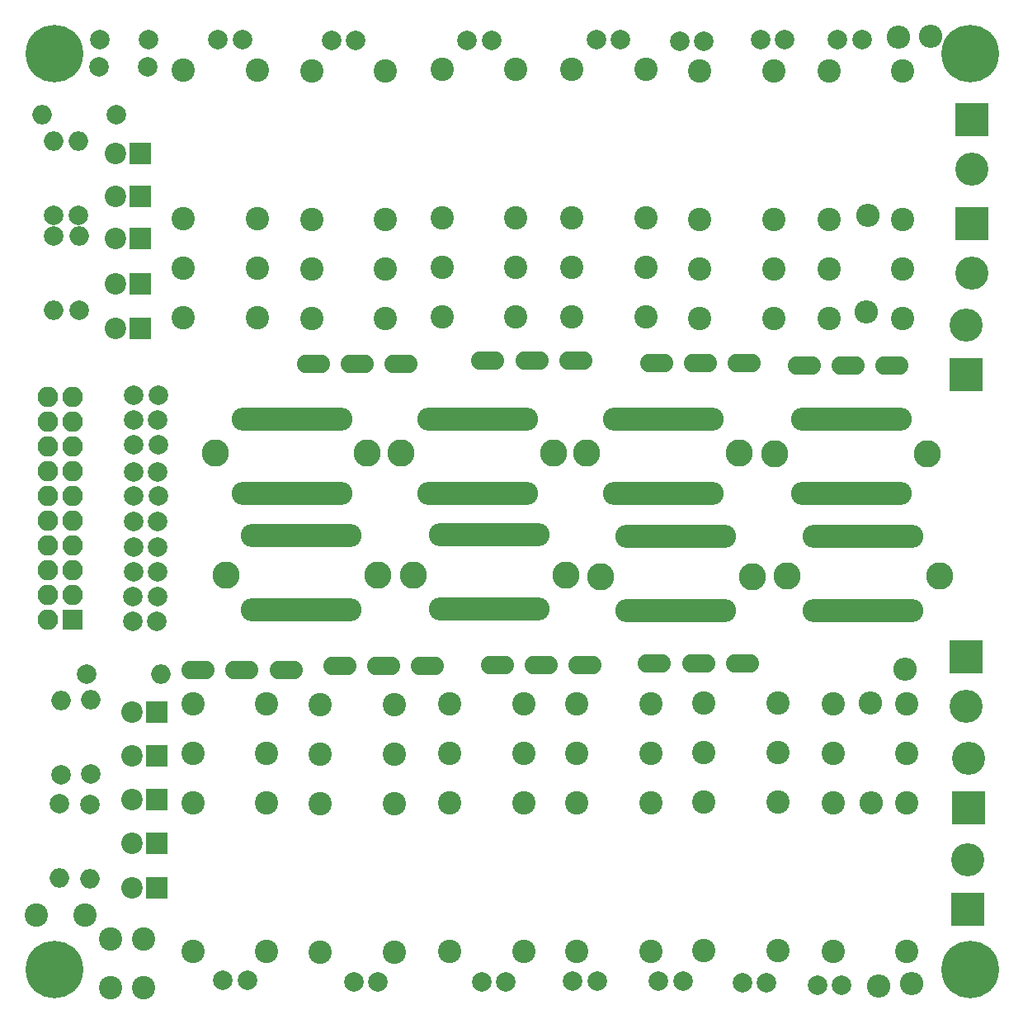
<source format=gbr>
G04 #@! TF.FileFunction,Soldermask,Top*
%FSLAX46Y46*%
G04 Gerber Fmt 4.6, Leading zero omitted, Abs format (unit mm)*
G04 Created by KiCad (PCBNEW 4.0.7) date 11/25/19 10:54:00*
%MOMM*%
%LPD*%
G01*
G04 APERTURE LIST*
%ADD10C,0.100000*%
%ADD11C,2.000000*%
%ADD12O,2.000000X2.000000*%
%ADD13R,2.200000X2.200000*%
%ADD14C,2.200000*%
%ADD15R,3.400000X3.400000*%
%ADD16C,3.400000*%
%ADD17C,5.900000*%
%ADD18O,3.400000X1.900000*%
%ADD19R,2.100000X2.100000*%
%ADD20O,2.100000X2.100000*%
%ADD21C,2.400000*%
%ADD22C,2.100000*%
%ADD23O,12.400000X2.400000*%
%ADD24C,2.800000*%
%ADD25O,2.400000X2.400000*%
G04 APERTURE END LIST*
D10*
D11*
X117150000Y-51700000D03*
X119650000Y-51700000D03*
X117500000Y-148200000D03*
X115000000Y-148200000D03*
X53479700Y-129921000D03*
D12*
X53479700Y-137541000D03*
D11*
X81432400Y-51612800D03*
X83932400Y-51612800D03*
X63535560Y-111257080D03*
X61035560Y-111257080D03*
D13*
X63538100Y-129552700D03*
D14*
X60998100Y-129552700D03*
D11*
X52946300Y-71691500D03*
D12*
X52946300Y-79311500D03*
D13*
X63538100Y-138582400D03*
D14*
X60998100Y-138582400D03*
D13*
X63538100Y-133997700D03*
D14*
X60998100Y-133997700D03*
D15*
X146570700Y-114871500D03*
D16*
X146570700Y-119951500D03*
D15*
X147116800Y-70408800D03*
D16*
X147116800Y-75488800D03*
D11*
X108700000Y-148200000D03*
X106200000Y-148200000D03*
X99339400Y-148234400D03*
X96839400Y-148234400D03*
X86207600Y-148209000D03*
X83707600Y-148209000D03*
X72796400Y-148107400D03*
X70296400Y-148107400D03*
X69773800Y-51587400D03*
X72273800Y-51587400D03*
X95351600Y-51612800D03*
X97851600Y-51612800D03*
X108610400Y-51562000D03*
X111110400Y-51562000D03*
X126100000Y-148300000D03*
X123600000Y-148300000D03*
X59334400Y-59283600D03*
D12*
X51714400Y-59283600D03*
D15*
X147116800Y-59740800D03*
D16*
X147116800Y-64820800D03*
D17*
X147000000Y-53000000D03*
X53000000Y-147000000D03*
D11*
X52920900Y-69596000D03*
D12*
X52920900Y-61976000D03*
D13*
X63538100Y-125031500D03*
D14*
X60998100Y-125031500D03*
D13*
X63512700Y-120535700D03*
D14*
X60972700Y-120535700D03*
D13*
X61800000Y-81200000D03*
D14*
X59260000Y-81200000D03*
D13*
X61800000Y-76600000D03*
D14*
X59260000Y-76600000D03*
D13*
X61800000Y-72000000D03*
D14*
X59260000Y-72000000D03*
D11*
X56667400Y-130048000D03*
D12*
X56667400Y-137668000D03*
D11*
X53644800Y-127025400D03*
D12*
X53644800Y-119405400D03*
D11*
X56730900Y-126949200D03*
D12*
X56730900Y-119329200D03*
D11*
X56273700Y-116624100D03*
D12*
X63893700Y-116624100D03*
D11*
X55525000Y-79325000D03*
D12*
X55525000Y-71705000D03*
D11*
X55475000Y-69625000D03*
D12*
X55475000Y-62005000D03*
D18*
X119329200Y-84734400D03*
X123829200Y-84734400D03*
X114829200Y-84734400D03*
X102000000Y-84500000D03*
X106500000Y-84500000D03*
X97500000Y-84500000D03*
X84100000Y-84800000D03*
X88600000Y-84800000D03*
X79600000Y-84800000D03*
X86817200Y-115824000D03*
X82317200Y-115824000D03*
X91317200Y-115824000D03*
X102950000Y-115750000D03*
X98450000Y-115750000D03*
X107450000Y-115750000D03*
X119100000Y-115600000D03*
X114600000Y-115600000D03*
X123600000Y-115600000D03*
D13*
X61800000Y-67600000D03*
D14*
X59260000Y-67600000D03*
D13*
X61800000Y-63200000D03*
D14*
X59260000Y-63200000D03*
D18*
X72263000Y-116205000D03*
X67763000Y-116205000D03*
X76763000Y-116205000D03*
D15*
X146710400Y-140817600D03*
D16*
X146710400Y-135737600D03*
D15*
X146812000Y-130352800D03*
D16*
X146812000Y-125272800D03*
D15*
X146573240Y-85887560D03*
D16*
X146573240Y-80807560D03*
D18*
X134447280Y-84993480D03*
X129947280Y-84993480D03*
X138947280Y-84993480D03*
D19*
X54864000Y-111061500D03*
D20*
X52324000Y-111061500D03*
X54864000Y-108521500D03*
X52324000Y-108521500D03*
X54864000Y-105981500D03*
X52324000Y-105981500D03*
X54864000Y-103441500D03*
X52324000Y-103441500D03*
X54864000Y-100901500D03*
X52324000Y-100901500D03*
X54864000Y-98361500D03*
X52324000Y-98361500D03*
X54864000Y-95821500D03*
X52324000Y-95821500D03*
X54864000Y-93281500D03*
X52324000Y-93281500D03*
X54864000Y-90741500D03*
X52324000Y-90741500D03*
X54864000Y-88201500D03*
X52324000Y-88201500D03*
D11*
X125476000Y-51562000D03*
X127976000Y-51562000D03*
X63652400Y-88011000D03*
X61152400Y-88011000D03*
X63601600Y-90627200D03*
X61101600Y-90627200D03*
X63652400Y-93141800D03*
X61152400Y-93141800D03*
X63601600Y-95935800D03*
X61101600Y-95935800D03*
X63652400Y-98399600D03*
X61152400Y-98399600D03*
X63601600Y-101041200D03*
X61101600Y-101041200D03*
X63627000Y-103632000D03*
X61127000Y-103632000D03*
X63627000Y-106146600D03*
X61127000Y-106146600D03*
X63591440Y-108686600D03*
X61091440Y-108686600D03*
D17*
X53000000Y-53000000D03*
D21*
X58790840Y-148859240D03*
X58790840Y-143859240D03*
X62191900Y-148805900D03*
X62191900Y-143805900D03*
X56121300Y-141401800D03*
X51121300Y-141401800D03*
D17*
X147000000Y-147000000D03*
D22*
X93094800Y-109968800D03*
X96094800Y-109968800D03*
X99094800Y-109968800D03*
X102094800Y-109968800D03*
X93094800Y-102365800D03*
X96094800Y-102365800D03*
X99094800Y-102365800D03*
X102094800Y-102365800D03*
D23*
X97594800Y-109968800D03*
X97594800Y-102365800D03*
D24*
X89840800Y-106476800D03*
X105460800Y-106476800D03*
D22*
X112271800Y-110146600D03*
X115271800Y-110146600D03*
X118271800Y-110146600D03*
X121271800Y-110146600D03*
X112271800Y-102543600D03*
X115271800Y-102543600D03*
X118271800Y-102543600D03*
X121271800Y-102543600D03*
D23*
X116771800Y-110146600D03*
X116771800Y-102543600D03*
D24*
X109017800Y-106654600D03*
X124637800Y-106654600D03*
D22*
X131461500Y-110108500D03*
X134461500Y-110108500D03*
X137461500Y-110108500D03*
X140461500Y-110108500D03*
X131461500Y-102505500D03*
X134461500Y-102505500D03*
X137461500Y-102505500D03*
X140461500Y-102505500D03*
D23*
X135961500Y-110108500D03*
X135961500Y-102505500D03*
D24*
X128207500Y-106616500D03*
X143827500Y-106616500D03*
D22*
X73841600Y-110019600D03*
X76841600Y-110019600D03*
X79841600Y-110019600D03*
X82841600Y-110019600D03*
X73841600Y-102416600D03*
X76841600Y-102416600D03*
X79841600Y-102416600D03*
X82841600Y-102416600D03*
D23*
X78341600Y-110019600D03*
X78341600Y-102416600D03*
D24*
X70587600Y-106527600D03*
X86207600Y-106527600D03*
D22*
X81860400Y-90488000D03*
X78860400Y-90488000D03*
X75860400Y-90488000D03*
X72860400Y-90488000D03*
X81860400Y-98091000D03*
X78860400Y-98091000D03*
X75860400Y-98091000D03*
X72860400Y-98091000D03*
D23*
X77360400Y-90488000D03*
X77360400Y-98091000D03*
D24*
X85114400Y-93980000D03*
X69494400Y-93980000D03*
D22*
X100946000Y-90508000D03*
X97946000Y-90508000D03*
X94946000Y-90508000D03*
X91946000Y-90508000D03*
X100946000Y-98111000D03*
X97946000Y-98111000D03*
X94946000Y-98111000D03*
X91946000Y-98111000D03*
D23*
X96446000Y-90508000D03*
X96446000Y-98111000D03*
D24*
X104200000Y-94000000D03*
X88580000Y-94000000D03*
D22*
X120011200Y-90488000D03*
X117011200Y-90488000D03*
X114011200Y-90488000D03*
X111011200Y-90488000D03*
X120011200Y-98091000D03*
X117011200Y-98091000D03*
X114011200Y-98091000D03*
X111011200Y-98091000D03*
D23*
X115511200Y-90488000D03*
X115511200Y-98091000D03*
D24*
X123265200Y-93980000D03*
X107645200Y-93980000D03*
D22*
X139315200Y-90538800D03*
X136315200Y-90538800D03*
X133315200Y-90538800D03*
X130315200Y-90538800D03*
X139315200Y-98141800D03*
X136315200Y-98141800D03*
X133315200Y-98141800D03*
X130315200Y-98141800D03*
D23*
X134815200Y-90538800D03*
X134815200Y-98141800D03*
D24*
X142569200Y-94030800D03*
X126949200Y-94030800D03*
D21*
X132900000Y-145100000D03*
X132900000Y-129860000D03*
X132900000Y-119700000D03*
X132900000Y-124780000D03*
X140500000Y-145100000D03*
X140500000Y-124780000D03*
X140500000Y-129860000D03*
X140500000Y-119700000D03*
X119644000Y-145064500D03*
X119644000Y-129824500D03*
X119644000Y-119664500D03*
X119644000Y-124744500D03*
X127244000Y-145064500D03*
X127244000Y-124744500D03*
X127244000Y-129824500D03*
X127244000Y-119664500D03*
X140071000Y-54770000D03*
X140071000Y-70010000D03*
X140071000Y-80170000D03*
X140071000Y-75090000D03*
X132471000Y-54770000D03*
X132471000Y-75090000D03*
X132471000Y-70010000D03*
X132471000Y-80170000D03*
X113700000Y-54600000D03*
X113700000Y-69840000D03*
X113700000Y-80000000D03*
X113700000Y-74920000D03*
X106100000Y-54600000D03*
X106100000Y-74920000D03*
X106100000Y-69840000D03*
X106100000Y-80000000D03*
X100370800Y-54617600D03*
X100370800Y-69857600D03*
X100370800Y-80017600D03*
X100370800Y-74937600D03*
X92770800Y-54617600D03*
X92770800Y-74937600D03*
X92770800Y-69857600D03*
X92770800Y-80017600D03*
X87000000Y-54800000D03*
X87000000Y-70040000D03*
X87000000Y-80200000D03*
X87000000Y-75120000D03*
X79400000Y-54800000D03*
X79400000Y-75120000D03*
X79400000Y-70040000D03*
X79400000Y-80200000D03*
X73800000Y-54700000D03*
X73800000Y-69940000D03*
X73800000Y-80100000D03*
X73800000Y-75020000D03*
X66200000Y-54700000D03*
X66200000Y-75020000D03*
X66200000Y-69940000D03*
X66200000Y-80100000D03*
X67200000Y-145100000D03*
X67200000Y-129860000D03*
X67200000Y-119700000D03*
X67200000Y-124780000D03*
X74800000Y-145100000D03*
X74800000Y-124780000D03*
X74800000Y-129860000D03*
X74800000Y-119700000D03*
X93545500Y-145115300D03*
X93545500Y-129875300D03*
X93545500Y-119715300D03*
X93545500Y-124795300D03*
X101145500Y-145115300D03*
X101145500Y-124795300D03*
X101145500Y-129875300D03*
X101145500Y-119715300D03*
X106613800Y-145115300D03*
X106613800Y-129875300D03*
X106613800Y-119715300D03*
X106613800Y-124795300D03*
X114213800Y-145115300D03*
X114213800Y-124795300D03*
X114213800Y-129875300D03*
X114213800Y-119715300D03*
X80300000Y-145200000D03*
X80300000Y-129960000D03*
X80300000Y-119800000D03*
X80300000Y-124880000D03*
X87900000Y-145200000D03*
X87900000Y-124880000D03*
X87900000Y-129960000D03*
X87900000Y-119800000D03*
X126800000Y-54800000D03*
X126800000Y-70040000D03*
X126800000Y-80200000D03*
X126800000Y-75120000D03*
X119200000Y-54800000D03*
X119200000Y-75120000D03*
X119200000Y-70040000D03*
X119200000Y-80200000D03*
D25*
X136723120Y-119613680D03*
X136824720Y-129844800D03*
X140299440Y-116149120D03*
X136458960Y-69555360D03*
X136306560Y-79517240D03*
X140995400Y-148437600D03*
X137591800Y-148640800D03*
X142951200Y-51206400D03*
X139623800Y-51282600D03*
D11*
X133800000Y-148600000D03*
X131300000Y-148600000D03*
X135890000Y-51562000D03*
X133390000Y-51562000D03*
X57650000Y-51550000D03*
X62650000Y-51550000D03*
X57600000Y-54350000D03*
X62600000Y-54350000D03*
M02*

</source>
